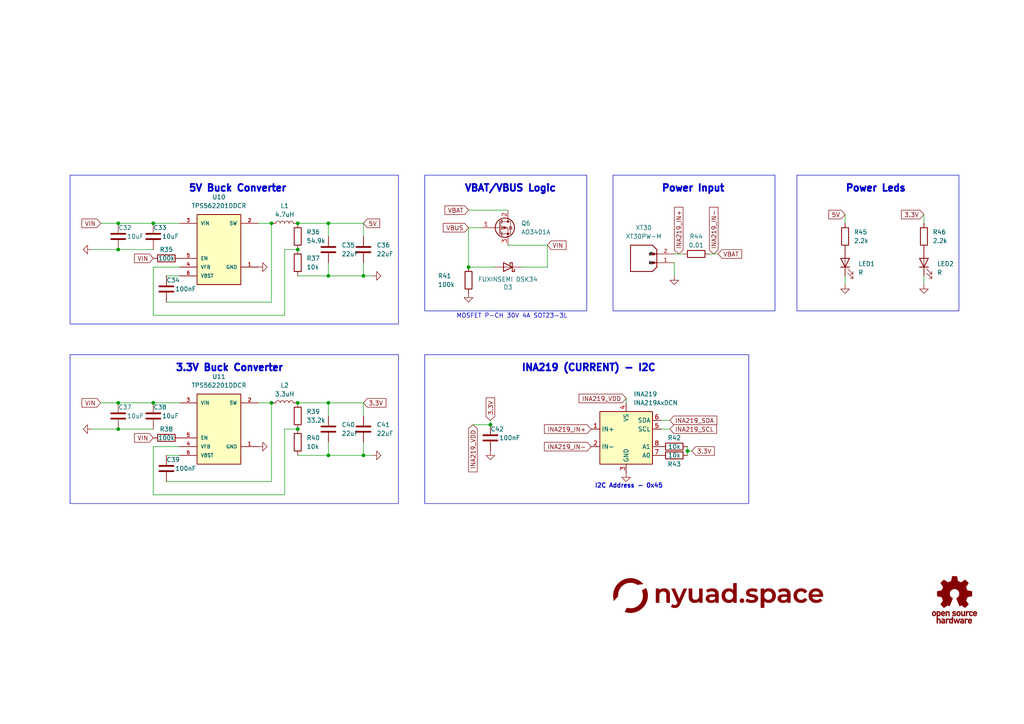
<source format=kicad_sch>
(kicad_sch (version 20250114) (generator "eeschema") (generator_version "9.0")
  (paper "A4")
  (title_block (title "Power Schematics") (company "Aether Flight Computer"))
  (lib_symbols
    (symbol "Device:C" (pin_numbers (hide yes)) (pin_names (offset 0.254))
      (property "Reference" "C" (at 0.635 2.54 0))
      (property "Value" "C" (at 0.635 -2.54 0))
      (symbol "C_1_1"
        (pin passive line (at 0 3.81 270) (length 2.794) (name "~") (number "1"))
        (pin passive line (at 0 -3.81 90) (length 2.794) (name "~") (number "2"))
      )
    )
    (symbol "Device:D_Schottky" (pin_numbers (hide yes)) (pin_names (offset 1.016) (hide yes))
      (property "Reference" "D" (at 0 2.54 0))
      (property "Value" "D_Schottky" (at 0 -2.54 0))
      (symbol "D_Schottky_1_1"
        (pin passive line (at -3.81 0 0) (length 2.54) (name "K") (number "1"))
        (pin passive line (at 3.81 0 180) (length 2.54) (name "A") (number "2"))
      )
    )
    (symbol "Device:L" (pin_numbers (hide yes)) (pin_names (offset 1.016) (hide yes))
      (property "Reference" "L" (at -1.27 0 90))
      (property "Value" "L" (at 1.905 0 90))
      (symbol "L_1_1"
        (pin passive line (at 0 3.81 270) (length 1.27) (name "1") (number "1"))
        (pin passive line (at 0 -3.81 90) (length 1.27) (name "2") (number "2"))
      )
    )
    (symbol "Device:LED" (pin_numbers (hide yes)) (pin_names (offset 1.016) (hide yes))
      (property "Reference" "D" (at 0 2.54 0))
      (property "Value" "LED" (at 0 -2.54 0))
      (symbol "LED_1_1"
        (pin passive line (at -3.81 0 0) (length 2.54) (name "K") (number "1"))
        (pin passive line (at 3.81 0 180) (length 2.54) (name "A") (number "2"))
      )
    )
    (symbol "Device:Q_PMOS_GDS" (pin_names (offset 0) (hide yes))
      (property "Reference" "Q" (at 5.08 1.27 0))
      (property "Value" "Q_PMOS_GDS" (at 5.08 -1.27 0))
      (symbol "Q_PMOS_GDS_1_1"
        (pin input line (at -5.08 0 0) (length 2.54) (name "G") (number "1"))
        (pin passive line (at 2.54 5.08 270) (length 2.54) (name "D") (number "2"))
        (pin passive line (at 2.54 -5.08 90) (length 2.54) (name "S") (number "3"))
      )
    )
    (symbol "Device:R" (pin_numbers (hide yes)) (pin_names (offset 0))
      (property "Reference" "R" (at 2.032 0 90))
      (property "Value" "R" (at 0 0 90))
      (symbol "R_1_1"
        (pin passive line (at 0 3.81 270) (length 1.27) (name "~") (number "1"))
        (pin passive line (at 0 -3.81 90) (length 1.27) (name "~") (number "2"))
      )
    )
    (symbol "Sensor_Energy:INA219AxDCN"
      (property "Reference" "U" (at -6.35 8.89 0))
      (property "Value" "INA219AxDCN" (at 6.35 8.89 0))
      (symbol "INA219AxDCN_1_1"
        (pin input line (at -10.16 2.54 0) (length 2.54) (name "IN+") (number "1"))
        (pin input line (at -10.16 -2.54 0) (length 2.54) (name "IN-") (number "2"))
        (pin power_in line (at 0 10.16 270) (length 2.54) (name "VS") (number "4"))
        (pin power_in line (at 0 -10.16 90) (length 2.54) (name "GND") (number "3"))
        (pin bidirectional line (at 10.16 5.08 180) (length 2.54) (name "SDA") (number "6"))
        (pin input line (at 10.16 2.54 180) (length 2.54) (name "SCL") (number "5"))
        (pin input line (at 10.16 -2.54 180) (length 2.54) (name "A1") (number "8"))
        (pin input line (at 10.16 -5.08 180) (length 2.54) (name "A0") (number "7"))
      )
    )
    (symbol "TPS562201DDCR_1" (pin_names (offset 1.016))
      (property "Reference" "U1" (at 0 13.97 0))
      (property "Value" "TPS562201DDCR" (at 0 11.43 0))
      (symbol "TPS562201DDCR_1_0_0"
        (pin power_in line (at -11.43 7.62 0) (length 5.08) (name "VIN") (number "3"))
        (pin input line (at -11.43 -2.54 0) (length 5.08) (name "EN") (number "5"))
        (pin input line (at -11.43 -5.08 0) (length 5.08) (name "VFB") (number "4"))
        (pin input line (at -11.43 -7.62 0) (length 5.08) (name "VBST") (number "6"))
        (pin bidirectional line (at 11.43 7.62 180) (length 5.08) (name "SW") (number "2"))
        (pin power_in line (at 11.43 -5.08 180) (length 5.08) (name "GND") (number "1"))
      )
    )
    (symbol "TPS562201DDCR_2" (pin_names (offset 1.016))
      (property "Reference" "U2" (at 0 13.97 0))
      (property "Value" "TPS562201DDCR" (at 0 11.43 0))
      (symbol "TPS562201DDCR_2_0_0"
        (pin power_in line (at -11.43 7.62 0) (length 5.08) (name "VIN") (number "3"))
        (pin input line (at -11.43 -2.54 0) (length 5.08) (name "EN") (number "5"))
        (pin input line (at -11.43 -5.08 0) (length 5.08) (name "VFB") (number "4"))
        (pin input line (at -11.43 -7.62 0) (length 5.08) (name "VBST") (number "6"))
        (pin bidirectional line (at 11.43 7.62 180) (length 5.08) (name "SW") (number "2"))
        (pin power_in line (at 11.43 -5.08 180) (length 5.08) (name "GND") (number "1"))
      )
    )
    (symbol "XT30PW-M:XT30PW-M" (pin_names (offset 1.016))
      (property "Reference" "J1" (at -3.81 7.62 0))
      (property "Value" "XT30PW-M" (at -3.81 5.08 0))
      (symbol "XT30PW-M_1_0"
        (pin power_in line (at 5.08 0 180) (length 5.08) (name "P") (number "2"))
        (pin power_in line (at 5.08 -2.54 180) (length 5.08) (name "N") (number "1"))
      )
    )
    (symbol "nyuad_space:LOGO" (pin_names (offset 1.016)))
    (symbol "osh_logo:LOGO" (pin_names (offset 1.016)))
    (symbol "power:GND" (power) (pin_names (offset 0))
      (property "Value" "GND" (at 0 -3.81 0))
      (symbol "GND_1_1"
        (pin power_in line (at 0 0 270) (length 0) (hide yes) (name "GND") (number "1"))
      )
    )
  )
  (rectangle (start 20.32 50.8) (end 115.57 93.98))
  (rectangle (start 20.32 102.87) (end 115.57 146.05))
  (rectangle (start 177.8 50.8) (end 224.79 90.17))
  (rectangle (start 123.19 50.8) (end 170.18 90.17))
  (rectangle (start 123.19 102.87) (end 217.17 146.05))
  (rectangle (start 231.14 50.8) (end 278.13 90.17))
  (text "3.3V Buck Converter" (at 50.8 107.95 0) (effects (font (size 2 2) (thickness 0.8) (bold yes)) (justify left bottom)))
  (text "I2C Address - 0x45" (at 172.466 141.732 0) (effects (font (size 1.27 1.27) (bold yes)) (justify left bottom)))
  (text "Power Leds" (at 245.11 55.88 0) (effects (font (size 2 2) (thickness 0.8) (bold yes)) (justify left bottom)))
  (text "VBAT/VBUS Logic" (at 134.62 55.88 0) (effects (font (size 2 2) (thickness 0.8) (bold yes)) (justify left bottom)))
  (text "MOSFET P-CH 30V 4A SOT23-3L" (at 132.334 92.456 0) (effects (font (size 1.27 1.27) (thickness 0.1588)) (justify left bottom)))
  (text "INA219 (CURRENT) - I2C\n" (at 151.13 107.95 0) (effects (font (size 2 2) (thickness 0.8) (bold yes)) (justify left bottom)))
  (text "Power Input" (at 191.77 55.88 0) (effects (font (size 2 2) (thickness 0.8) (bold yes)) (justify left bottom)))
  (text "5V Buck Converter" (at 54.61 55.88 0) (effects (font (size 2 2) (thickness 0.8) (bold yes)) (justify left bottom)))
  (junction (at 34.29 72.39))
  (junction (at 44.45 116.84))
  (junction (at 105.41 132.08))
  (junction (at 44.45 64.77))
  (junction (at 105.41 80.01))
  (junction (at 142.24 123.19))
  (junction (at 95.25 80.01))
  (junction (at 86.36 124.46))
  (junction (at 95.25 116.84))
  (junction (at 135.89 77.47))
  (junction (at 86.36 116.84))
  (junction (at 34.29 64.77))
  (junction (at 95.25 64.77))
  (junction (at 34.29 124.46))
  (junction (at 199.39 130.81))
  (junction (at 95.25 132.08))
  (junction (at 78.74 116.84))
  (junction (at 86.36 72.39))
  (junction (at 34.29 116.84))
  (junction (at 78.74 64.77))
  (junction (at 86.36 64.77))
  (wire (pts (xy 105.41 132.08) (xy 95.25 132.08)))
  (wire (pts (xy 82.55 72.39) (xy 86.36 72.39)))
  (wire (pts (xy 44.45 143.51) (xy 82.55 143.51)))
  (wire (pts (xy 82.55 91.44) (xy 82.55 72.39)))
  (wire (pts (xy 135.89 66.04) (xy 139.7 66.04)))
  (wire (pts (xy 199.39 130.81) (xy 199.39 129.54)))
  (wire (pts (xy 52.07 129.54) (xy 44.45 129.54)))
  (wire (pts (xy 191.77 124.46) (xy 194.31 124.46)))
  (wire (pts (xy 95.25 64.77) (xy 95.25 68.58)))
  (wire (pts (xy 44.45 64.77) (xy 52.07 64.77)))
  (wire (pts (xy 78.74 64.77) (xy 74.93 64.77)))
  (wire (pts (xy 44.45 91.44) (xy 82.55 91.44)))
  (wire (pts (xy 181.61 115.57) (xy 181.61 116.84)))
  (wire (pts (xy 86.36 116.84) (xy 95.25 116.84)))
  (wire (pts (xy 137.16 123.19) (xy 142.24 123.19)))
  (wire (pts (xy 95.25 128.27) (xy 95.25 132.08)))
  (wire (pts (xy 199.39 130.81) (xy 199.39 132.08)))
  (wire (pts (xy 34.29 72.39) (xy 44.45 72.39)))
  (wire (pts (xy 29.21 116.84) (xy 34.29 116.84)))
  (wire (pts (xy 48.26 139.7) (xy 78.74 139.7)))
  (wire (pts (xy 34.29 64.77) (xy 44.45 64.77)))
  (wire (pts (xy 95.25 80.01) (xy 86.36 80.01)))
  (wire (pts (xy 48.26 87.63) (xy 78.74 87.63)))
  (wire (pts (xy 82.55 143.51) (xy 82.55 124.46)))
  (wire (pts (xy 135.89 66.04) (xy 135.89 77.47)))
  (wire (pts (xy 245.11 64.77) (xy 245.11 62.23)))
  (wire (pts (xy 147.32 71.12) (xy 158.75 71.12)))
  (wire (pts (xy 44.45 77.47) (xy 44.45 91.44)))
  (wire (pts (xy 78.74 139.7) (xy 78.74 116.84)))
  (wire (pts (xy 95.25 116.84) (xy 95.25 120.65)))
  (wire (pts (xy 48.26 132.08) (xy 52.07 132.08)))
  (wire (pts (xy 151.13 77.47) (xy 158.75 77.47)))
  (wire (pts (xy 78.74 116.84) (xy 74.93 116.84)))
  (wire (pts (xy 135.89 77.47) (xy 143.51 77.47)))
  (wire (pts (xy 95.25 64.77) (xy 105.41 64.77)))
  (wire (pts (xy 78.74 87.63) (xy 78.74 64.77)))
  (wire (pts (xy 95.25 116.84) (xy 105.41 116.84)))
  (wire (pts (xy 135.89 60.96) (xy 147.32 60.96)))
  (wire (pts (xy 200.66 130.81) (xy 199.39 130.81)))
  (wire (pts (xy 105.41 80.01) (xy 95.25 80.01)))
  (wire (pts (xy 107.95 80.01) (xy 105.41 80.01)))
  (wire (pts (xy 105.41 76.2) (xy 105.41 80.01)))
  (wire (pts (xy 208.28 73.66) (xy 205.74 73.66)))
  (wire (pts (xy 267.97 82.55) (xy 267.97 80.01)))
  (wire (pts (xy 105.41 116.84) (xy 105.41 120.65)))
  (wire (pts (xy 245.11 82.55) (xy 245.11 80.01)))
  (wire (pts (xy 95.25 132.08) (xy 86.36 132.08)))
  (wire (pts (xy 105.41 64.77) (xy 105.41 68.58)))
  (wire (pts (xy 82.55 124.46) (xy 86.36 124.46)))
  (wire (pts (xy 44.45 116.84) (xy 52.07 116.84)))
  (wire (pts (xy 267.97 64.77) (xy 267.97 62.23)))
  (wire (pts (xy 34.29 124.46) (xy 44.45 124.46)))
  (wire (pts (xy 86.36 64.77) (xy 95.25 64.77)))
  (wire (pts (xy 26.67 72.39) (xy 34.29 72.39)))
  (wire (pts (xy 44.45 129.54) (xy 44.45 143.51)))
  (wire (pts (xy 52.07 77.47) (xy 44.45 77.47)))
  (wire (pts (xy 95.25 76.2) (xy 95.25 80.01)))
  (wire (pts (xy 191.77 121.92) (xy 194.31 121.92)))
  (wire (pts (xy 158.75 77.47) (xy 158.75 71.12)))
  (wire (pts (xy 105.41 128.27) (xy 105.41 132.08)))
  (wire (pts (xy 48.26 80.01) (xy 52.07 80.01)))
  (wire (pts (xy 34.29 116.84) (xy 44.45 116.84)))
  (wire (pts (xy 195.58 73.66) (xy 198.12 73.66)))
  (wire (pts (xy 195.58 80.01) (xy 195.58 76.2)))
  (wire (pts (xy 107.95 132.08) (xy 105.41 132.08)))
  (wire (pts (xy 142.24 121.92) (xy 142.24 123.19)))
  (wire (pts (xy 29.21 64.77) (xy 34.29 64.77)))
  (wire (pts (xy 26.67 124.46) (xy 34.29 124.46)))
  (global_label "VIN" (shape input) (at 29.21 64.77 180) (property "Intersheetrefs" "${INTERSHEET_REFS}" (effects (hide yes))))
  (global_label "INA219_IN-" (shape input) (at 207.01 73.66 90) (property "Intersheetrefs" "${INTERSHEET_REFS}" (effects (hide yes))))
  (global_label "VIN" (shape input) (at 29.21 116.84 180) (property "Intersheetrefs" "${INTERSHEET_REFS}" (effects (hide yes))))
  (global_label "INA219_VDD" (shape input) (at 137.16 123.19 270) (property "Intersheetrefs" "${INTERSHEET_REFS}" (effects (hide yes))))
  (global_label "INA219_SCL" (shape input) (at 194.31 124.46 0) (property "Intersheetrefs" "${INTERSHEET_REFS}" (effects (hide yes))))
  (global_label "INA219_IN+" (shape input) (at 196.85 73.66 90) (property "Intersheetrefs" "${INTERSHEET_REFS}" (effects (hide yes))))
  (global_label "5V" (shape input) (at 105.41 64.77 0) (property "Intersheetrefs" "${INTERSHEET_REFS}" (effects (hide yes))))
  (global_label "VBAT" (shape input) (at 135.89 60.96 180) (property "Intersheetrefs" "${INTERSHEET_REFS}" (effects (hide yes))))
  (global_label "INA219_IN-" (shape input) (at 171.45 129.54 180) (property "Intersheetrefs" "${INTERSHEET_REFS}" (effects (hide yes))))
  (global_label "VBUS" (shape input) (at 135.89 66.04 180) (property "Intersheetrefs" "${INTERSHEET_REFS}" (effects (hide yes))))
  (global_label "VIN" (shape input) (at 158.75 71.12 0) (property "Intersheetrefs" "${INTERSHEET_REFS}" (effects (hide yes))))
  (global_label "5V" (shape input) (at 245.11 62.23 180) (property "Intersheetrefs" "${INTERSHEET_REFS}" (effects (hide yes))))
  (global_label "3.3V" (shape input) (at 105.41 116.84 0) (property "Intersheetrefs" "${INTERSHEET_REFS}" (effects (hide yes))))
  (global_label "3.3V" (shape input) (at 267.97 62.23 180) (property "Intersheetrefs" "${INTERSHEET_REFS}" (effects (hide yes))))
  (global_label "VIN" (shape input) (at 44.45 127 180) (property "Intersheetrefs" "${INTERSHEET_REFS}" (effects (hide yes))))
  (global_label "3.3V" (shape input) (at 142.24 121.92 90) (property "Intersheetrefs" "${INTERSHEET_REFS}" (effects (hide yes))))
  (global_label "3.3V" (shape input) (at 200.66 130.81 0) (property "Intersheetrefs" "${INTERSHEET_REFS}" (effects (hide yes))))
  (global_label "VIN" (shape input) (at 44.45 74.93 180) (property "Intersheetrefs" "${INTERSHEET_REFS}" (effects (hide yes))))
  (global_label "INA219_SDA" (shape input) (at 194.31 121.92 0) (property "Intersheetrefs" "${INTERSHEET_REFS}" (effects (hide yes))))
  (global_label "VBAT" (shape input) (at 208.28 73.66 0) (property "Intersheetrefs" "${INTERSHEET_REFS}" (effects (hide yes))))
  (global_label "INA219_VDD" (shape input) (at 181.61 115.57 180) (property "Intersheetrefs" "${INTERSHEET_REFS}" (effects (hide yes))))
  (global_label "INA219_IN+" (shape input) (at 171.45 124.46 180) (property "Intersheetrefs" "${INTERSHEET_REFS}" (effects (hide yes))))
  (symbol (lib_id "osh_logo:LOGO") (at 276.86 173.99 0) (unit 1)
    (property "Reference" "#G10" (effects (hide yes)))
    (property "Value" "LOGO" (effects (hide yes)))
  )
  (symbol (lib_id "Device:R") (at 48.26 127 90) (unit 1)
    (property "Reference" "R38" (at 48.26 124.46 90))
    (property "Value" "100k" (at 48.26 127 90))
    (property "Footprint" "Resistor_SMD:R_0603_1608Metric" (effects (hide yes)))
  )
  (symbol (lib_id "Device:C") (at 48.26 83.82 0) (unit 1)
    (property "Reference" "C34" (at 48.26 81.28 0) (effects (justify left)))
    (property "Value" "100nF" (at 50.8 83.82 0) (effects (justify left)))
    (property "Footprint" "Capacitor_SMD:C_0402_1005Metric" (effects (hide yes)))
  )
  (symbol (lib_id "power:GND") (at 267.97 82.55 0) (unit 1)
    (property "Reference" "#PWR0179" (effects (hide yes)))
    (property "Value" "GND" (effects (hide yes)))
  )
  (symbol (lib_id "power:GND") (at 181.61 137.16 0) (unit 1)
    (property "Reference" "#PWR0178" (effects (hide yes)))
    (property "Value" "GND" (effects (hide yes)))
  )
  (symbol (lib_id "power:GND") (at 245.11 82.55 0) (unit 1)
    (property "Reference" "#PWR0180" (effects (hide yes)))
    (property "Value" "GND" (effects (hide yes)))
  )
  (symbol (lib_id "power:GND") (at 142.24 130.81 0) (unit 1)
    (property "Reference" "#PWR0177" (effects (hide yes)))
    (property "Value" "GND" (effects (hide yes)))
  )
  (symbol (lib_id "Device:LED") (at 245.11 76.2 90) (unit 1)
    (property "Reference" "LED1" (at 248.92 76.5175 90) (effects (justify right)))
    (property "Value" "R" (at 248.92 79.0575 90) (effects (justify right)))
    (property "Footprint" "LED_SMD:LED_0603_1608Metric" (effects (hide yes)))
  )
  (symbol (lib_id "Device:R") (at 48.26 74.93 90) (unit 1)
    (property "Reference" "R35" (at 48.26 72.39 90))
    (property "Value" "100k" (at 48.26 74.93 90))
    (property "Footprint" "Resistor_SMD:R_0603_1608Metric" (effects (hide yes)))
  )
  (symbol (lib_id "power:GND") (at 74.93 129.54 90) (unit 1)
    (property "Reference" "#PWR0173" (effects (hide yes)))
    (property "Value" "GND" (effects (hide yes)))
  )
  (symbol (lib_id "Device:R") (at 86.36 128.27 0) (unit 1)
    (property "Reference" "R40" (at 88.9 126.9999 0) (effects (justify left)))
    (property "Value" "10k" (at 88.9 129.5399 0) (effects (justify left)))
    (property "Footprint" "Resistor_SMD:R_0402_1005Metric" (effects (hide yes)))
  )
  (symbol (lib_id "power:GND") (at 107.95 80.01 90) (unit 1)
    (property "Reference" "#PWR0171" (effects (hide yes)))
    (property "Value" "GND" (effects (hide yes)))
  )
  (symbol (lib_name "TPS562201DDCR_2") (lib_id "TPS562201DDCR:TPS562201DDCR") (at 63.5 124.46 0) (unit 1)
    (property "Reference" "U11" (at 63.5 109.22 0))
    (property "Value" "TPS562201DDCR" (at 63.5 111.76 0))
    (property "Footprint" "Package_TO_SOT_SMD:TSOT-23-6_HandSoldering" (effects (hide yes)))
    (property "PARTREV" "A" (effects (hide yes)))
    (property "STANDARD" "IPC-7351B" (effects (hide yes)))
    (property "MAXIMUM_PACKAGE_HEIGHT" "1.10 mm" (effects (hide yes)))
    (property "MANUFACTURER" "Texas Instruments" (effects (hide yes)))
  )
  (symbol (lib_id "Device:C") (at 34.29 68.58 0) (unit 1)
    (property "Reference" "C32" (at 34.29 66.04 0) (effects (justify left)))
    (property "Value" "10uF" (at 36.83 68.58 0) (effects (justify left)))
    (property "Footprint" "Capacitor_SMD:C_0805_2012Metric" (effects (hide yes)))
  )
  (symbol (lib_id "power:GND") (at 26.67 72.39 270) (unit 1)
    (property "Reference" "#PWR0170" (effects (hide yes)))
    (property "Value" "GND" (effects (hide yes)))
  )
  (symbol (lib_id "Device:C") (at 95.25 72.39 0) (unit 1)
    (property "Reference" "C35" (at 99.06 71.12 0) (effects (justify left)))
    (property "Value" "22uF" (at 99.06 73.66 0) (effects (justify left)))
    (property "Footprint" "Capacitor_SMD:C_0805_2012Metric" (effects (hide yes)))
  )
  (symbol (lib_id "Device:R") (at 135.89 81.28 0) (unit 1)
    (property "Reference" "R41" (at 127 80.01 0) (effects (justify left)))
    (property "Value" "100k" (at 127 82.55 0) (effects (justify left)))
    (property "Footprint" "Resistor_SMD:R_0603_1608Metric" (effects (hide yes)))
  )
  (symbol (lib_id "XT30PW-M:XT30PW-M") (at 190.5 73.66 0) (unit 1)
    (property "Reference" "XT30" (at 186.69 66.04 0))
    (property "Value" "XT30PW-M" (at 186.69 68.58 0))
    (property "Footprint" "Connector_AMASS:AMASS_XT30PW-M_1x02_P2.50mm_Horizontal" (effects (hide yes)))
    (property "PARTREV" "1.2" (effects (hide yes)))
    (property "STANDARD" "Manufacturer Recommendations" (effects (hide yes)))
    (property "SNAPEDA_PN" "XT30PW-M" (effects (hide yes)))
    (property "MAXIMUM_PACKAGE_HEIGHT" "5 mm" (effects (hide yes)))
    (property "MANUFACTURER" "Amass" (effects (hide yes)))
  )
  (symbol (lib_id "Device:C") (at 105.41 124.46 0) (unit 1)
    (property "Reference" "C41" (at 109.22 123.19 0) (effects (justify left)))
    (property "Value" "22uF" (at 109.22 125.73 0) (effects (justify left)))
    (property "Footprint" "Capacitor_SMD:C_0805_2012Metric" (effects (hide yes)))
  )
  (symbol (lib_id "Device:R") (at 267.97 68.58 0) (unit 1)
    (property "Reference" "R46" (at 270.51 67.3099 0) (effects (justify left)))
    (property "Value" "2.2k" (at 270.51 69.8499 0) (effects (justify left)))
    (property "Footprint" "Resistor_SMD:R_0603_1608Metric" (effects (hide yes)))
  )
  (symbol (lib_id "Device:C") (at 105.41 72.39 0) (unit 1)
    (property "Reference" "C36" (at 109.22 71.12 0) (effects (justify left)))
    (property "Value" "22uF" (at 109.22 73.66 0) (effects (justify left)))
    (property "Footprint" "Capacitor_SMD:C_0805_2012Metric" (effects (hide yes)))
  )
  (symbol (lib_id "Device:D_Schottky") (at 147.32 77.47 180) (unit 1)
    (property "Reference" "D3" (at 147.32 83.312 0))
    (property "Value" "FUXINSEMI DSK34" (at 147.32 81.026 0))
    (property "Footprint" "Diode_SMD:D_SOD-123" (effects (hide yes)))
    (property "Description" "MDD(Microdiode Semiconductor) SS34" (effects (hide yes)))
  )
  (symbol (lib_id "Device:R") (at 195.58 129.54 90) (unit 1)
    (property "Reference" "R42" (at 195.58 127 90))
    (property "Value" "10k" (at 195.58 129.54 90))
    (property "Footprint" "Resistor_SMD:R_0402_1005Metric" (effects (hide yes)))
  )
  (symbol (lib_id "Device:LED") (at 267.97 76.2 90) (unit 1)
    (property "Reference" "LED2" (at 271.78 76.5175 90) (effects (justify right)))
    (property "Value" "R" (at 271.78 79.0575 90) (effects (justify right)))
    (property "Footprint" "LED_SMD:LED_0603_1608Metric" (effects (hide yes)))
  )
  (symbol (lib_id "Device:C") (at 142.24 127 0) (unit 1)
    (property "Reference" "C42" (at 142.24 124.46 0) (effects (justify left)))
    (property "Value" "100nF" (at 144.78 127 0) (effects (justify left)))
    (property "Footprint" "Capacitor_SMD:C_0402_1005Metric" (effects (hide yes)))
  )
  (symbol (lib_id "Device:R") (at 201.93 73.66 90) (unit 1)
    (property "Reference" "R44" (at 201.93 68.58 90))
    (property "Value" "0.01" (at 201.93 71.12 90))
    (property "Footprint" "Resistor_SMD:R_2512_6332Metric" (effects (hide yes)))
  )
  (symbol (lib_id "Sensor_Energy:INA219AxDCN") (at 181.61 127 0) (unit 1)
    (property "Reference" "INA219" (at 183.7533 114.3 0) (effects (justify left)))
    (property "Value" "INA219AxDCN" (at 183.7533 116.84 0) (effects (justify left)))
    (property "Footprint" "Package_TO_SOT_SMD:SOT-23-8" (effects (hide yes)))
    (property "Datasheet" "http://www.ti.com/lit/ds/symlink/ina219.pdf" (effects (hide yes)))
    (property "Description" "Zero-Drift, Bidirectional Current/Power Monitor (0-26V) With I2C Interface, SOT-23-8" (effects (hide yes)))
  )
  (symbol (lib_id "power:GND") (at 74.93 77.47 90) (unit 1)
    (property "Reference" "#PWR0169" (effects (hide yes)))
    (property "Value" "GND" (effects (hide yes)))
  )
  (symbol (lib_id "Device:C") (at 44.45 120.65 0) (unit 1)
    (property "Reference" "C38" (at 44.45 118.11 0) (effects (justify left)))
    (property "Value" "10uF" (at 46.99 120.65 0) (effects (justify left)))
    (property "Footprint" "Capacitor_SMD:C_0805_2012Metric" (effects (hide yes)))
  )
  (symbol (lib_id "Device:C") (at 48.26 135.89 0) (unit 1)
    (property "Reference" "C39" (at 48.26 133.35 0) (effects (justify left)))
    (property "Value" "100nF" (at 50.8 135.89 0) (effects (justify left)))
    (property "Footprint" "Capacitor_SMD:C_0402_1005Metric" (effects (hide yes)))
  )
  (symbol (lib_id "Device:C") (at 34.29 120.65 0) (unit 1)
    (property "Reference" "C37" (at 34.29 118.11 0) (effects (justify left)))
    (property "Value" "10uF" (at 36.83 120.65 0) (effects (justify left)))
    (property "Footprint" "Capacitor_SMD:C_0805_2012Metric" (effects (hide yes)))
  )
  (symbol (lib_name "TPS562201DDCR_1") (lib_id "TPS562201DDCR:TPS562201DDCR") (at 63.5 72.39 0) (unit 1)
    (property "Reference" "U10" (at 63.5 57.15 0))
    (property "Value" "TPS562201DDCR" (at 63.5 59.69 0))
    (property "Footprint" "Package_TO_SOT_SMD:TSOT-23-6_HandSoldering" (effects (hide yes)))
    (property "PARTREV" "A" (effects (hide yes)))
    (property "STANDARD" "IPC-7351B" (effects (hide yes)))
    (property "MAXIMUM_PACKAGE_HEIGHT" "1.10 mm" (effects (hide yes)))
    (property "MANUFACTURER" "Texas Instruments" (effects (hide yes)))
  )
  (symbol (lib_id "Device:R") (at 86.36 76.2 0) (unit 1)
    (property "Reference" "R37" (at 88.9 74.9299 0) (effects (justify left)))
    (property "Value" "10k" (at 88.9 77.4699 0) (effects (justify left)))
    (property "Footprint" "Resistor_SMD:R_0402_1005Metric" (effects (hide yes)))
  )
  (symbol (lib_id "Device:L") (at 82.55 116.84 90) (unit 1)
    (property "Reference" "L2" (at 82.55 111.76 90))
    (property "Value" "3.3uH" (at 82.55 114.3 90))
    (property "Footprint" "Inductor_SMD:L_Changjiang_FNR4030S" (effects (hide yes)))
    (property "Description" "cjiang (Changjiang Microelectronics Tech) FNR4030S3R3MT" (effects (hide yes)))
  )
  (symbol (lib_id "power:GND") (at 107.95 132.08 90) (unit 1)
    (property "Reference" "#PWR0174" (effects (hide yes)))
    (property "Value" "GND" (effects (hide yes)))
  )
  (symbol (lib_id "nyuad_space:LOGO") (at 208.28 172.72 0) (unit 1)
    (property "Reference" "#G9" (effects (hide yes)))
    (property "Value" "LOGO" (effects (hide yes)))
  )
  (symbol (lib_id "power:GND") (at 195.58 80.01 0) (unit 1)
    (property "Reference" "#PWR0176" (effects (hide yes)))
    (property "Value" "GND" (effects (hide yes)))
  )
  (symbol (lib_id "Device:C") (at 44.45 68.58 0) (unit 1)
    (property "Reference" "C33" (at 44.45 66.04 0) (effects (justify left)))
    (property "Value" "10uF" (at 46.99 68.58 0) (effects (justify left)))
    (property "Footprint" "Capacitor_SMD:C_0805_2012Metric" (effects (hide yes)))
  )
  (symbol (lib_id "Device:R") (at 245.11 68.58 0) (unit 1)
    (property "Reference" "R45" (at 247.65 67.3099 0) (effects (justify left)))
    (property "Value" "2.2k" (at 247.65 69.8499 0) (effects (justify left)))
    (property "Footprint" "Resistor_SMD:R_0603_1608Metric" (effects (hide yes)))
  )
  (symbol (lib_id "Device:L") (at 82.55 64.77 90) (unit 1)
    (property "Reference" "L1" (at 82.55 59.69 90))
    (property "Value" "4.7uH" (at 82.55 62.23 90))
    (property "Footprint" "Inductor_SMD:L_Changjiang_FXL0420" (effects (hide yes)))
    (property "Description" "cjiang (Changjiang Microelectronics Tech) FXL0420-4R7-M" (effects (hide yes)))
  )
  (symbol (lib_id "Device:R") (at 86.36 120.65 0) (unit 1)
    (property "Reference" "R39" (at 88.9 119.3799 0) (effects (justify left)))
    (property "Value" "33.2k" (at 88.9 121.9199 0) (effects (justify left)))
    (property "Footprint" "Resistor_SMD:R_0402_1005Metric" (effects (hide yes)))
  )
  (symbol (lib_id "Device:R") (at 86.36 68.58 0) (unit 1)
    (property "Reference" "R36" (at 88.9 67.3099 0) (effects (justify left)))
    (property "Value" "54.9k" (at 88.9 69.8499 0) (effects (justify left)))
    (property "Footprint" "Resistor_SMD:R_0402_1005Metric" (effects (hide yes)))
  )
  (symbol (lib_id "Device:C") (at 95.25 124.46 0) (unit 1)
    (property "Reference" "C40" (at 99.06 123.19 0) (effects (justify left)))
    (property "Value" "22uF" (at 99.06 125.73 0) (effects (justify left)))
    (property "Footprint" "Capacitor_SMD:C_0805_2012Metric" (effects (hide yes)))
  )
  (symbol (lib_id "power:GND") (at 26.67 124.46 270) (unit 1)
    (property "Reference" "#PWR0175" (effects (hide yes)))
    (property "Value" "GND" (effects (hide yes)))
  )
  (symbol (lib_id "Device:Q_PMOS_GDS") (at 144.78 66.04 0) (unit 1)
    (property "Reference" "Q6" (at 151.13 64.77 0) (effects (justify left)))
    (property "Value" "AO3401A" (at 151.13 67.31 0) (effects (justify left)))
    (property "Footprint" "Package_TO_SOT_SMD:SOT-23" (effects (hide yes)))
  )
  (symbol (lib_id "power:GND") (at 135.89 85.09 0) (unit 1)
    (property "Reference" "#PWR0172" (effects (hide yes)))
    (property "Value" "GND" (effects (hide yes)))
  )
  (symbol (lib_id "Device:R") (at 195.58 132.08 90) (unit 1)
    (property "Reference" "R43" (at 195.58 134.62 90))
    (property "Value" "10k" (at 195.58 132.08 90))
    (property "Footprint" "Resistor_SMD:R_0402_1005Metric" (effects (hide yes)))
  )
)
</source>
